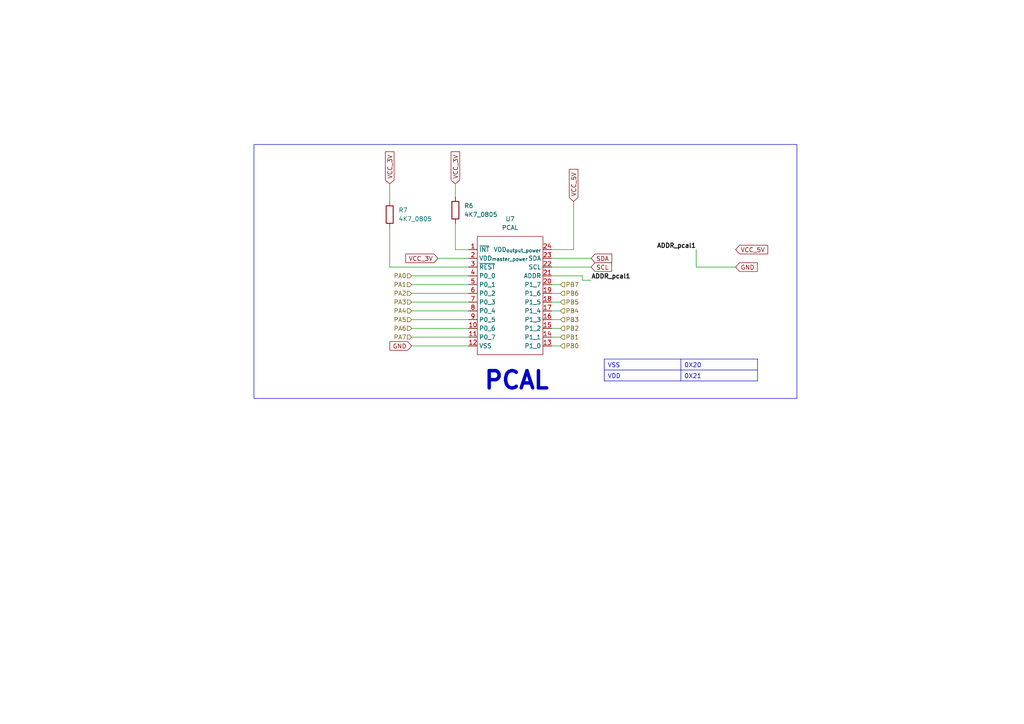
<source format=kicad_sch>
(kicad_sch (version 20250114) (generator "eeschema") (generator_version "9.0")
  (paper "A4")
  (lib_symbols
    (symbol "Device:R" (pin_numbers (hide yes)) (pin_names (offset 0))
      (property "Reference" "R" (at 2.032 0 90))
      (property "Value" "R" (at 0 0 90))
      (symbol "R_0_1"
        (rectangle (start -1.016 -2.54) (end 1.016 2.54) (stroke (width 0.254)))
      )
      (symbol "R_1_1"
        (pin passive line (at 0 3.81 270) (length 1.27) (name "~") (number "1"))
        (pin passive line (at 0 -3.81 90) (length 1.27) (name "~") (number "2"))
      )
    )
    (symbol "fevino:pcal"
      (property "Reference" "U" (at -5.842 -18.542 0))
      (symbol "pcal_0_0"
        (pin bidirectional line (at -12.7 8.89 0) (length 2.54) (name "P0_0") (number "4"))
        (pin bidirectional line (at -12.7 6.35 0) (length 2.54) (name "P0_1") (number "5"))
        (pin bidirectional line (at -12.7 3.81 0) (length 2.54) (name "P0_2") (number "6"))
        (pin bidirectional line (at -12.7 1.27 0) (length 2.54) (name "P0_3") (number "7"))
        (pin bidirectional line (at -12.7 -1.27 0) (length 2.54) (name "P0_4") (number "8"))
        (pin bidirectional line (at -12.7 -3.81 0) (length 2.54) (name "P0_5") (number "9"))
        (pin bidirectional line (at -12.7 -6.35 0) (length 2.54) (name "P0_6") (number "10"))
        (pin bidirectional line (at -12.7 -8.89 0) (length 2.54) (name "P0_7") (number "11"))
        (pin power_in line (at -12.7 -11.43 0) (length 2.54) (name "VSS") (number "12"))
        (pin input line (at 11.43 13.97 180) (length 2.54) (name "SDA") (number "23"))
        (pin input line (at 11.43 11.43 180) (length 2.54) (name "SCL") (number "22"))
        (pin input line (at 11.43 8.89 180) (length 2.54) (name "ADDR") (number "21"))
        (pin bidirectional line (at 11.43 6.35 180) (length 2.54) (name "P1_7") (number "20"))
        (pin bidirectional line (at 11.43 3.81 180) (length 2.54) (name "P1_6") (number "19"))
        (pin bidirectional line (at 11.43 1.27 180) (length 2.54) (name "P1_5") (number "18"))
        (pin bidirectional line (at 11.43 -1.27 180) (length 2.54) (name "P1_4") (number "17"))
        (pin bidirectional line (at 11.43 -3.81 180) (length 2.54) (name "P1_3") (number "16"))
        (pin bidirectional line (at 11.43 -6.35 180) (length 2.54) (name "P1_2") (number "15"))
        (pin bidirectional line (at 11.43 -8.89 180) (length 2.54) (name "P1_1") (number "14"))
        (pin bidirectional line (at 11.43 -11.43 180) (length 2.54) (name "P1_0") (number "13"))
      )
      (symbol "pcal_0_1"
        (rectangle (start -10.16 20.32) (end 8.89 -13.97))
      )
      (symbol "pcal_1_0"
        (pin output line (at -12.7 16.51 0) (length 2.54) (name "~{INT}") (number "1"))
        (pin power_in line (at -12.7 13.97 0) (length 2.54) (name "VDD_{master_power}") (number "2"))
        (pin input line (at -12.7 11.43 0) (length 2.54) (name "~{REST}") (number "3"))
        (pin power_in line (at 11.43 16.51 180) (length 2.54) (name "VDD_{output_power}") (number "24"))
      )
    )
  )
  (rectangle (start 73.66 41.91) (end 231.14 115.57))
  (text "PCAL\n" (at 149.86 110.49 0) (effects (font (size 5 5) (thickness 1) (bold yes))))
  (wire (pts (xy 168.91 81.28) (xy 168.91 80.01)))
  (wire (pts (xy 119.38 100.33) (xy 135.89 100.33)))
  (wire (pts (xy 213.36 77.47) (xy 201.93 77.47)))
  (wire (pts (xy 160.02 87.63) (xy 162.56 87.63)))
  (wire (pts (xy 113.03 53.34) (xy 113.03 58.42)))
  (wire (pts (xy 119.38 85.09) (xy 135.89 85.09)))
  (wire (pts (xy 119.38 87.63) (xy 135.89 87.63)))
  (wire (pts (xy 119.38 90.17) (xy 135.89 90.17)))
  (wire (pts (xy 113.03 77.47) (xy 135.89 77.47)))
  (wire (pts (xy 171.45 81.28) (xy 168.91 81.28)))
  (wire (pts (xy 119.38 92.71) (xy 135.89 92.71)))
  (wire (pts (xy 160.02 85.09) (xy 162.56 85.09)))
  (wire (pts (xy 127 74.93) (xy 135.89 74.93)))
  (wire (pts (xy 119.38 82.55) (xy 135.89 82.55)))
  (wire (pts (xy 160.02 82.55) (xy 162.56 82.55)))
  (wire (pts (xy 166.37 58.42) (xy 166.37 72.39)))
  (wire (pts (xy 160.02 77.47) (xy 171.45 77.47)))
  (wire (pts (xy 132.08 53.34) (xy 132.08 57.15)))
  (wire (pts (xy 119.38 80.01) (xy 135.89 80.01)))
  (wire (pts (xy 113.03 66.04) (xy 113.03 77.47)))
  (wire (pts (xy 119.38 97.79) (xy 135.89 97.79)))
  (wire (pts (xy 201.93 77.47) (xy 201.93 72.39)))
  (wire (pts (xy 160.02 74.93) (xy 171.45 74.93)))
  (wire (pts (xy 168.91 80.01) (xy 160.02 80.01)))
  (wire (pts (xy 160.02 92.71) (xy 162.56 92.71)))
  (wire (pts (xy 160.02 100.33) (xy 162.56 100.33)))
  (wire (pts (xy 160.02 95.25) (xy 162.56 95.25)))
  (wire (pts (xy 119.38 95.25) (xy 135.89 95.25)))
  (wire (pts (xy 166.37 72.39) (xy 160.02 72.39)))
  (wire (pts (xy 160.02 90.17) (xy 162.56 90.17)))
  (wire (pts (xy 132.08 64.77) (xy 132.08 72.39)))
  (wire (pts (xy 132.08 72.39) (xy 135.89 72.39)))
  (wire (pts (xy 160.02 97.79) (xy 162.56 97.79)))
  (table (column_count 2) (border (external yes) (header yes)) (separators (rows yes) (cols yes)) (column_widths 22.225 22.225) (row_heights 3.175 3.175) (cells (table_cell "VSS" (at 175.26 104.14 0) (size 22.225 3.175) (margins 0.9525 0.9525 0.9525 0.9525) (span 1 1)) (table_cell "0X20" (at 197.485 104.14 0) (size 22.225 3.175) (margins 0.9525 0.9525 0.9525 0.9525) (span 1 1)) (table_cell "VDD" (at 175.26 107.315 0) (size 22.225 3.175) (margins 0.9525 0.9525 0.9525 0.9525) (span 1 1)) (table_cell "0X21" (at 197.485 107.315 0) (size 22.225 3.175) (margins 0.9525 0.9525 0.9525 0.9525) (span 1 1))))
  (label "ADDR_pcal1" (at 201.93 72.39 180) (effects (font (thickness 0.254) (bold yes))))
  (label "ADDR_pcal1" (at 171.45 81.28 0) (effects (font (thickness 0.254) (bold yes))))
  (global_label "VCC_3V" (shape input) (at 127 74.93 180) (property "Intersheetrefs" "${INTERSHEET_REFS}" (effects (hide yes))))
  (global_label "SDA" (shape input) (at 171.45 74.93 0) (property "Intersheetrefs" "${INTERSHEET_REFS}" (effects (hide yes))))
  (global_label "VCC_5V" (shape input) (at 166.37 58.42 90) (property "Intersheetrefs" "${INTERSHEET_REFS}" (effects (hide yes))))
  (global_label "GND" (shape input) (at 213.36 77.47 0) (property "Intersheetrefs" "${INTERSHEET_REFS}" (effects (hide yes))))
  (global_label "VCC_3V" (shape input) (at 113.03 53.34 90) (property "Intersheetrefs" "${INTERSHEET_REFS}" (effects (hide yes))))
  (global_label "GND" (shape input) (at 119.38 100.33 180) (property "Intersheetrefs" "${INTERSHEET_REFS}" (effects (hide yes))))
  (global_label "VCC_5V" (shape input) (at 213.36 72.39 0) (property "Intersheetrefs" "${INTERSHEET_REFS}" (effects (hide yes))))
  (global_label "VCC_3V" (shape input) (at 132.08 53.34 90) (property "Intersheetrefs" "${INTERSHEET_REFS}" (effects (hide yes))))
  (global_label "SCL" (shape input) (at 171.45 77.47 0) (property "Intersheetrefs" "${INTERSHEET_REFS}" (effects (hide yes))))
  (hierarchical_label "PB0" (shape input) (at 162.56 100.33 0))
  (hierarchical_label "PA6" (shape input) (at 119.38 95.25 180))
  (hierarchical_label "PB3" (shape input) (at 162.56 92.71 0))
  (hierarchical_label "PB6" (shape input) (at 162.56 85.09 0))
  (hierarchical_label "PB7" (shape input) (at 162.56 82.55 0))
  (hierarchical_label "PB4" (shape input) (at 162.56 90.17 0))
  (hierarchical_label "PB1" (shape input) (at 162.56 97.79 0))
  (hierarchical_label "PA3" (shape input) (at 119.38 87.63 180))
  (hierarchical_label "PA2" (shape input) (at 119.38 85.09 180))
  (hierarchical_label "PA0" (shape input) (at 119.38 80.01 180))
  (hierarchical_label "PB5" (shape input) (at 162.56 87.63 0))
  (hierarchical_label "PB2" (shape input) (at 162.56 95.25 0))
  (hierarchical_label "PA7" (shape input) (at 119.38 97.79 180))
  (hierarchical_label "PA5" (shape input) (at 119.38 92.71 180))
  (hierarchical_label "PA1" (shape input) (at 119.38 82.55 180))
  (hierarchical_label "PA4" (shape input) (at 119.38 90.17 180))
  (symbol (lib_id "Device:R") (at 113.03 62.23 0) (unit 1)
    (property "Reference" "R7" (at 115.57 60.9599 0) (effects (justify left)))
    (property "Value" "4K7_0805" (at 115.57 63.4999 0) (effects (justify left)))
    (property "Footprint" "fevino:R_0805" (effects (hide yes)))
    (property "Description" "Resistor" (effects (hide yes)))
  )
  (symbol (lib_id "Device:R") (at 132.08 60.96 0) (unit 1)
    (property "Reference" "R6" (at 134.62 59.6899 0) (effects (justify left)))
    (property "Value" "4K7_0805" (at 134.62 62.2299 0) (effects (justify left)))
    (property "Footprint" "fevino:R_0805" (effects (hide yes)))
    (property "Description" "Resistor" (effects (hide yes)))
  )
  (symbol (lib_id "fevino:pcal") (at 148.59 88.9 0) (unit 1)
    (property "Reference" "U7" (at 147.955 63.5 0))
    (property "Value" "PCAL" (at 147.955 66.04 0))
    (property "Footprint" "fevino:pcal" (effects (hide yes)))
    (property "Datasheet" "https://robu.in/wp-content/uploads/2024/12/2410010302_Texas-Instruments-TCA6416APWR_C130203.pdf" (effects (hide yes)))
  )
)
</source>
